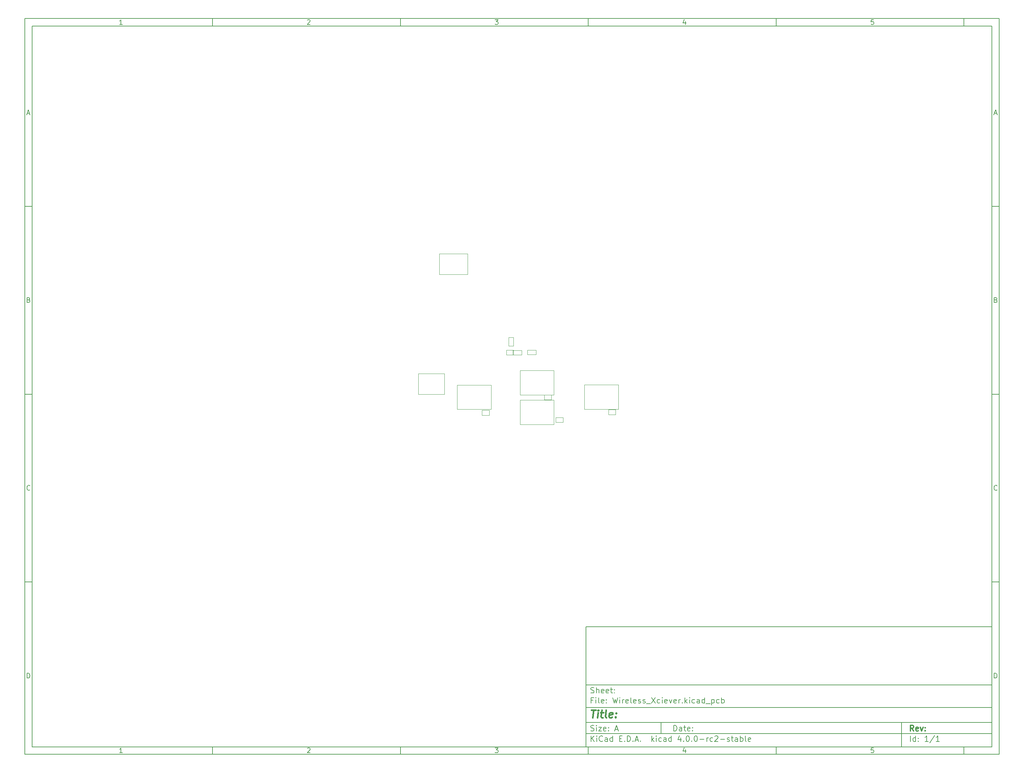
<source format=gbr>
G04 #@! TF.FileFunction,Other,User*
%FSLAX46Y46*%
G04 Gerber Fmt 4.6, Leading zero omitted, Abs format (unit mm)*
G04 Created by KiCad (PCBNEW 4.0.0-rc2-stable) date 1/25/2016 6:21:02 PM*
%MOMM*%
G01*
G04 APERTURE LIST*
%ADD10C,0.100000*%
%ADD11C,0.150000*%
%ADD12C,0.300000*%
%ADD13C,0.400000*%
%ADD14C,0.050000*%
G04 APERTURE END LIST*
D10*
D11*
X159400000Y-171900000D02*
X159400000Y-203900000D01*
X267400000Y-203900000D01*
X267400000Y-171900000D01*
X159400000Y-171900000D01*
D10*
D11*
X10000000Y-10000000D02*
X10000000Y-205900000D01*
X269400000Y-205900000D01*
X269400000Y-10000000D01*
X10000000Y-10000000D01*
D10*
D11*
X12000000Y-12000000D02*
X12000000Y-203900000D01*
X267400000Y-203900000D01*
X267400000Y-12000000D01*
X12000000Y-12000000D01*
D10*
D11*
X60000000Y-12000000D02*
X60000000Y-10000000D01*
D10*
D11*
X110000000Y-12000000D02*
X110000000Y-10000000D01*
D10*
D11*
X160000000Y-12000000D02*
X160000000Y-10000000D01*
D10*
D11*
X210000000Y-12000000D02*
X210000000Y-10000000D01*
D10*
D11*
X260000000Y-12000000D02*
X260000000Y-10000000D01*
D10*
D11*
X35990476Y-11588095D02*
X35247619Y-11588095D01*
X35619048Y-11588095D02*
X35619048Y-10288095D01*
X35495238Y-10473810D01*
X35371429Y-10597619D01*
X35247619Y-10659524D01*
D10*
D11*
X85247619Y-10411905D02*
X85309524Y-10350000D01*
X85433333Y-10288095D01*
X85742857Y-10288095D01*
X85866667Y-10350000D01*
X85928571Y-10411905D01*
X85990476Y-10535714D01*
X85990476Y-10659524D01*
X85928571Y-10845238D01*
X85185714Y-11588095D01*
X85990476Y-11588095D01*
D10*
D11*
X135185714Y-10288095D02*
X135990476Y-10288095D01*
X135557143Y-10783333D01*
X135742857Y-10783333D01*
X135866667Y-10845238D01*
X135928571Y-10907143D01*
X135990476Y-11030952D01*
X135990476Y-11340476D01*
X135928571Y-11464286D01*
X135866667Y-11526190D01*
X135742857Y-11588095D01*
X135371429Y-11588095D01*
X135247619Y-11526190D01*
X135185714Y-11464286D01*
D10*
D11*
X185866667Y-10721429D02*
X185866667Y-11588095D01*
X185557143Y-10226190D02*
X185247619Y-11154762D01*
X186052381Y-11154762D01*
D10*
D11*
X235928571Y-10288095D02*
X235309524Y-10288095D01*
X235247619Y-10907143D01*
X235309524Y-10845238D01*
X235433333Y-10783333D01*
X235742857Y-10783333D01*
X235866667Y-10845238D01*
X235928571Y-10907143D01*
X235990476Y-11030952D01*
X235990476Y-11340476D01*
X235928571Y-11464286D01*
X235866667Y-11526190D01*
X235742857Y-11588095D01*
X235433333Y-11588095D01*
X235309524Y-11526190D01*
X235247619Y-11464286D01*
D10*
D11*
X60000000Y-203900000D02*
X60000000Y-205900000D01*
D10*
D11*
X110000000Y-203900000D02*
X110000000Y-205900000D01*
D10*
D11*
X160000000Y-203900000D02*
X160000000Y-205900000D01*
D10*
D11*
X210000000Y-203900000D02*
X210000000Y-205900000D01*
D10*
D11*
X260000000Y-203900000D02*
X260000000Y-205900000D01*
D10*
D11*
X35990476Y-205488095D02*
X35247619Y-205488095D01*
X35619048Y-205488095D02*
X35619048Y-204188095D01*
X35495238Y-204373810D01*
X35371429Y-204497619D01*
X35247619Y-204559524D01*
D10*
D11*
X85247619Y-204311905D02*
X85309524Y-204250000D01*
X85433333Y-204188095D01*
X85742857Y-204188095D01*
X85866667Y-204250000D01*
X85928571Y-204311905D01*
X85990476Y-204435714D01*
X85990476Y-204559524D01*
X85928571Y-204745238D01*
X85185714Y-205488095D01*
X85990476Y-205488095D01*
D10*
D11*
X135185714Y-204188095D02*
X135990476Y-204188095D01*
X135557143Y-204683333D01*
X135742857Y-204683333D01*
X135866667Y-204745238D01*
X135928571Y-204807143D01*
X135990476Y-204930952D01*
X135990476Y-205240476D01*
X135928571Y-205364286D01*
X135866667Y-205426190D01*
X135742857Y-205488095D01*
X135371429Y-205488095D01*
X135247619Y-205426190D01*
X135185714Y-205364286D01*
D10*
D11*
X185866667Y-204621429D02*
X185866667Y-205488095D01*
X185557143Y-204126190D02*
X185247619Y-205054762D01*
X186052381Y-205054762D01*
D10*
D11*
X235928571Y-204188095D02*
X235309524Y-204188095D01*
X235247619Y-204807143D01*
X235309524Y-204745238D01*
X235433333Y-204683333D01*
X235742857Y-204683333D01*
X235866667Y-204745238D01*
X235928571Y-204807143D01*
X235990476Y-204930952D01*
X235990476Y-205240476D01*
X235928571Y-205364286D01*
X235866667Y-205426190D01*
X235742857Y-205488095D01*
X235433333Y-205488095D01*
X235309524Y-205426190D01*
X235247619Y-205364286D01*
D10*
D11*
X10000000Y-60000000D02*
X12000000Y-60000000D01*
D10*
D11*
X10000000Y-110000000D02*
X12000000Y-110000000D01*
D10*
D11*
X10000000Y-160000000D02*
X12000000Y-160000000D01*
D10*
D11*
X10690476Y-35216667D02*
X11309524Y-35216667D01*
X10566667Y-35588095D02*
X11000000Y-34288095D01*
X11433333Y-35588095D01*
D10*
D11*
X11092857Y-84907143D02*
X11278571Y-84969048D01*
X11340476Y-85030952D01*
X11402381Y-85154762D01*
X11402381Y-85340476D01*
X11340476Y-85464286D01*
X11278571Y-85526190D01*
X11154762Y-85588095D01*
X10659524Y-85588095D01*
X10659524Y-84288095D01*
X11092857Y-84288095D01*
X11216667Y-84350000D01*
X11278571Y-84411905D01*
X11340476Y-84535714D01*
X11340476Y-84659524D01*
X11278571Y-84783333D01*
X11216667Y-84845238D01*
X11092857Y-84907143D01*
X10659524Y-84907143D01*
D10*
D11*
X11402381Y-135464286D02*
X11340476Y-135526190D01*
X11154762Y-135588095D01*
X11030952Y-135588095D01*
X10845238Y-135526190D01*
X10721429Y-135402381D01*
X10659524Y-135278571D01*
X10597619Y-135030952D01*
X10597619Y-134845238D01*
X10659524Y-134597619D01*
X10721429Y-134473810D01*
X10845238Y-134350000D01*
X11030952Y-134288095D01*
X11154762Y-134288095D01*
X11340476Y-134350000D01*
X11402381Y-134411905D01*
D10*
D11*
X10659524Y-185588095D02*
X10659524Y-184288095D01*
X10969048Y-184288095D01*
X11154762Y-184350000D01*
X11278571Y-184473810D01*
X11340476Y-184597619D01*
X11402381Y-184845238D01*
X11402381Y-185030952D01*
X11340476Y-185278571D01*
X11278571Y-185402381D01*
X11154762Y-185526190D01*
X10969048Y-185588095D01*
X10659524Y-185588095D01*
D10*
D11*
X269400000Y-60000000D02*
X267400000Y-60000000D01*
D10*
D11*
X269400000Y-110000000D02*
X267400000Y-110000000D01*
D10*
D11*
X269400000Y-160000000D02*
X267400000Y-160000000D01*
D10*
D11*
X268090476Y-35216667D02*
X268709524Y-35216667D01*
X267966667Y-35588095D02*
X268400000Y-34288095D01*
X268833333Y-35588095D01*
D10*
D11*
X268492857Y-84907143D02*
X268678571Y-84969048D01*
X268740476Y-85030952D01*
X268802381Y-85154762D01*
X268802381Y-85340476D01*
X268740476Y-85464286D01*
X268678571Y-85526190D01*
X268554762Y-85588095D01*
X268059524Y-85588095D01*
X268059524Y-84288095D01*
X268492857Y-84288095D01*
X268616667Y-84350000D01*
X268678571Y-84411905D01*
X268740476Y-84535714D01*
X268740476Y-84659524D01*
X268678571Y-84783333D01*
X268616667Y-84845238D01*
X268492857Y-84907143D01*
X268059524Y-84907143D01*
D10*
D11*
X268802381Y-135464286D02*
X268740476Y-135526190D01*
X268554762Y-135588095D01*
X268430952Y-135588095D01*
X268245238Y-135526190D01*
X268121429Y-135402381D01*
X268059524Y-135278571D01*
X267997619Y-135030952D01*
X267997619Y-134845238D01*
X268059524Y-134597619D01*
X268121429Y-134473810D01*
X268245238Y-134350000D01*
X268430952Y-134288095D01*
X268554762Y-134288095D01*
X268740476Y-134350000D01*
X268802381Y-134411905D01*
D10*
D11*
X268059524Y-185588095D02*
X268059524Y-184288095D01*
X268369048Y-184288095D01*
X268554762Y-184350000D01*
X268678571Y-184473810D01*
X268740476Y-184597619D01*
X268802381Y-184845238D01*
X268802381Y-185030952D01*
X268740476Y-185278571D01*
X268678571Y-185402381D01*
X268554762Y-185526190D01*
X268369048Y-185588095D01*
X268059524Y-185588095D01*
D10*
D11*
X182757143Y-199678571D02*
X182757143Y-198178571D01*
X183114286Y-198178571D01*
X183328571Y-198250000D01*
X183471429Y-198392857D01*
X183542857Y-198535714D01*
X183614286Y-198821429D01*
X183614286Y-199035714D01*
X183542857Y-199321429D01*
X183471429Y-199464286D01*
X183328571Y-199607143D01*
X183114286Y-199678571D01*
X182757143Y-199678571D01*
X184900000Y-199678571D02*
X184900000Y-198892857D01*
X184828571Y-198750000D01*
X184685714Y-198678571D01*
X184400000Y-198678571D01*
X184257143Y-198750000D01*
X184900000Y-199607143D02*
X184757143Y-199678571D01*
X184400000Y-199678571D01*
X184257143Y-199607143D01*
X184185714Y-199464286D01*
X184185714Y-199321429D01*
X184257143Y-199178571D01*
X184400000Y-199107143D01*
X184757143Y-199107143D01*
X184900000Y-199035714D01*
X185400000Y-198678571D02*
X185971429Y-198678571D01*
X185614286Y-198178571D02*
X185614286Y-199464286D01*
X185685714Y-199607143D01*
X185828572Y-199678571D01*
X185971429Y-199678571D01*
X187042857Y-199607143D02*
X186900000Y-199678571D01*
X186614286Y-199678571D01*
X186471429Y-199607143D01*
X186400000Y-199464286D01*
X186400000Y-198892857D01*
X186471429Y-198750000D01*
X186614286Y-198678571D01*
X186900000Y-198678571D01*
X187042857Y-198750000D01*
X187114286Y-198892857D01*
X187114286Y-199035714D01*
X186400000Y-199178571D01*
X187757143Y-199535714D02*
X187828571Y-199607143D01*
X187757143Y-199678571D01*
X187685714Y-199607143D01*
X187757143Y-199535714D01*
X187757143Y-199678571D01*
X187757143Y-198750000D02*
X187828571Y-198821429D01*
X187757143Y-198892857D01*
X187685714Y-198821429D01*
X187757143Y-198750000D01*
X187757143Y-198892857D01*
D10*
D11*
X159400000Y-200400000D02*
X267400000Y-200400000D01*
D10*
D11*
X160757143Y-202478571D02*
X160757143Y-200978571D01*
X161614286Y-202478571D02*
X160971429Y-201621429D01*
X161614286Y-200978571D02*
X160757143Y-201835714D01*
X162257143Y-202478571D02*
X162257143Y-201478571D01*
X162257143Y-200978571D02*
X162185714Y-201050000D01*
X162257143Y-201121429D01*
X162328571Y-201050000D01*
X162257143Y-200978571D01*
X162257143Y-201121429D01*
X163828572Y-202335714D02*
X163757143Y-202407143D01*
X163542857Y-202478571D01*
X163400000Y-202478571D01*
X163185715Y-202407143D01*
X163042857Y-202264286D01*
X162971429Y-202121429D01*
X162900000Y-201835714D01*
X162900000Y-201621429D01*
X162971429Y-201335714D01*
X163042857Y-201192857D01*
X163185715Y-201050000D01*
X163400000Y-200978571D01*
X163542857Y-200978571D01*
X163757143Y-201050000D01*
X163828572Y-201121429D01*
X165114286Y-202478571D02*
X165114286Y-201692857D01*
X165042857Y-201550000D01*
X164900000Y-201478571D01*
X164614286Y-201478571D01*
X164471429Y-201550000D01*
X165114286Y-202407143D02*
X164971429Y-202478571D01*
X164614286Y-202478571D01*
X164471429Y-202407143D01*
X164400000Y-202264286D01*
X164400000Y-202121429D01*
X164471429Y-201978571D01*
X164614286Y-201907143D01*
X164971429Y-201907143D01*
X165114286Y-201835714D01*
X166471429Y-202478571D02*
X166471429Y-200978571D01*
X166471429Y-202407143D02*
X166328572Y-202478571D01*
X166042858Y-202478571D01*
X165900000Y-202407143D01*
X165828572Y-202335714D01*
X165757143Y-202192857D01*
X165757143Y-201764286D01*
X165828572Y-201621429D01*
X165900000Y-201550000D01*
X166042858Y-201478571D01*
X166328572Y-201478571D01*
X166471429Y-201550000D01*
X168328572Y-201692857D02*
X168828572Y-201692857D01*
X169042858Y-202478571D02*
X168328572Y-202478571D01*
X168328572Y-200978571D01*
X169042858Y-200978571D01*
X169685715Y-202335714D02*
X169757143Y-202407143D01*
X169685715Y-202478571D01*
X169614286Y-202407143D01*
X169685715Y-202335714D01*
X169685715Y-202478571D01*
X170400001Y-202478571D02*
X170400001Y-200978571D01*
X170757144Y-200978571D01*
X170971429Y-201050000D01*
X171114287Y-201192857D01*
X171185715Y-201335714D01*
X171257144Y-201621429D01*
X171257144Y-201835714D01*
X171185715Y-202121429D01*
X171114287Y-202264286D01*
X170971429Y-202407143D01*
X170757144Y-202478571D01*
X170400001Y-202478571D01*
X171900001Y-202335714D02*
X171971429Y-202407143D01*
X171900001Y-202478571D01*
X171828572Y-202407143D01*
X171900001Y-202335714D01*
X171900001Y-202478571D01*
X172542858Y-202050000D02*
X173257144Y-202050000D01*
X172400001Y-202478571D02*
X172900001Y-200978571D01*
X173400001Y-202478571D01*
X173900001Y-202335714D02*
X173971429Y-202407143D01*
X173900001Y-202478571D01*
X173828572Y-202407143D01*
X173900001Y-202335714D01*
X173900001Y-202478571D01*
X176900001Y-202478571D02*
X176900001Y-200978571D01*
X177042858Y-201907143D02*
X177471429Y-202478571D01*
X177471429Y-201478571D02*
X176900001Y-202050000D01*
X178114287Y-202478571D02*
X178114287Y-201478571D01*
X178114287Y-200978571D02*
X178042858Y-201050000D01*
X178114287Y-201121429D01*
X178185715Y-201050000D01*
X178114287Y-200978571D01*
X178114287Y-201121429D01*
X179471430Y-202407143D02*
X179328573Y-202478571D01*
X179042859Y-202478571D01*
X178900001Y-202407143D01*
X178828573Y-202335714D01*
X178757144Y-202192857D01*
X178757144Y-201764286D01*
X178828573Y-201621429D01*
X178900001Y-201550000D01*
X179042859Y-201478571D01*
X179328573Y-201478571D01*
X179471430Y-201550000D01*
X180757144Y-202478571D02*
X180757144Y-201692857D01*
X180685715Y-201550000D01*
X180542858Y-201478571D01*
X180257144Y-201478571D01*
X180114287Y-201550000D01*
X180757144Y-202407143D02*
X180614287Y-202478571D01*
X180257144Y-202478571D01*
X180114287Y-202407143D01*
X180042858Y-202264286D01*
X180042858Y-202121429D01*
X180114287Y-201978571D01*
X180257144Y-201907143D01*
X180614287Y-201907143D01*
X180757144Y-201835714D01*
X182114287Y-202478571D02*
X182114287Y-200978571D01*
X182114287Y-202407143D02*
X181971430Y-202478571D01*
X181685716Y-202478571D01*
X181542858Y-202407143D01*
X181471430Y-202335714D01*
X181400001Y-202192857D01*
X181400001Y-201764286D01*
X181471430Y-201621429D01*
X181542858Y-201550000D01*
X181685716Y-201478571D01*
X181971430Y-201478571D01*
X182114287Y-201550000D01*
X184614287Y-201478571D02*
X184614287Y-202478571D01*
X184257144Y-200907143D02*
X183900001Y-201978571D01*
X184828573Y-201978571D01*
X185400001Y-202335714D02*
X185471429Y-202407143D01*
X185400001Y-202478571D01*
X185328572Y-202407143D01*
X185400001Y-202335714D01*
X185400001Y-202478571D01*
X186400001Y-200978571D02*
X186542858Y-200978571D01*
X186685715Y-201050000D01*
X186757144Y-201121429D01*
X186828573Y-201264286D01*
X186900001Y-201550000D01*
X186900001Y-201907143D01*
X186828573Y-202192857D01*
X186757144Y-202335714D01*
X186685715Y-202407143D01*
X186542858Y-202478571D01*
X186400001Y-202478571D01*
X186257144Y-202407143D01*
X186185715Y-202335714D01*
X186114287Y-202192857D01*
X186042858Y-201907143D01*
X186042858Y-201550000D01*
X186114287Y-201264286D01*
X186185715Y-201121429D01*
X186257144Y-201050000D01*
X186400001Y-200978571D01*
X187542858Y-202335714D02*
X187614286Y-202407143D01*
X187542858Y-202478571D01*
X187471429Y-202407143D01*
X187542858Y-202335714D01*
X187542858Y-202478571D01*
X188542858Y-200978571D02*
X188685715Y-200978571D01*
X188828572Y-201050000D01*
X188900001Y-201121429D01*
X188971430Y-201264286D01*
X189042858Y-201550000D01*
X189042858Y-201907143D01*
X188971430Y-202192857D01*
X188900001Y-202335714D01*
X188828572Y-202407143D01*
X188685715Y-202478571D01*
X188542858Y-202478571D01*
X188400001Y-202407143D01*
X188328572Y-202335714D01*
X188257144Y-202192857D01*
X188185715Y-201907143D01*
X188185715Y-201550000D01*
X188257144Y-201264286D01*
X188328572Y-201121429D01*
X188400001Y-201050000D01*
X188542858Y-200978571D01*
X189685715Y-201907143D02*
X190828572Y-201907143D01*
X191542858Y-202478571D02*
X191542858Y-201478571D01*
X191542858Y-201764286D02*
X191614286Y-201621429D01*
X191685715Y-201550000D01*
X191828572Y-201478571D01*
X191971429Y-201478571D01*
X193114286Y-202407143D02*
X192971429Y-202478571D01*
X192685715Y-202478571D01*
X192542857Y-202407143D01*
X192471429Y-202335714D01*
X192400000Y-202192857D01*
X192400000Y-201764286D01*
X192471429Y-201621429D01*
X192542857Y-201550000D01*
X192685715Y-201478571D01*
X192971429Y-201478571D01*
X193114286Y-201550000D01*
X193685714Y-201121429D02*
X193757143Y-201050000D01*
X193900000Y-200978571D01*
X194257143Y-200978571D01*
X194400000Y-201050000D01*
X194471429Y-201121429D01*
X194542857Y-201264286D01*
X194542857Y-201407143D01*
X194471429Y-201621429D01*
X193614286Y-202478571D01*
X194542857Y-202478571D01*
X195185714Y-201907143D02*
X196328571Y-201907143D01*
X196971428Y-202407143D02*
X197114285Y-202478571D01*
X197400000Y-202478571D01*
X197542857Y-202407143D01*
X197614285Y-202264286D01*
X197614285Y-202192857D01*
X197542857Y-202050000D01*
X197400000Y-201978571D01*
X197185714Y-201978571D01*
X197042857Y-201907143D01*
X196971428Y-201764286D01*
X196971428Y-201692857D01*
X197042857Y-201550000D01*
X197185714Y-201478571D01*
X197400000Y-201478571D01*
X197542857Y-201550000D01*
X198042857Y-201478571D02*
X198614286Y-201478571D01*
X198257143Y-200978571D02*
X198257143Y-202264286D01*
X198328571Y-202407143D01*
X198471429Y-202478571D01*
X198614286Y-202478571D01*
X199757143Y-202478571D02*
X199757143Y-201692857D01*
X199685714Y-201550000D01*
X199542857Y-201478571D01*
X199257143Y-201478571D01*
X199114286Y-201550000D01*
X199757143Y-202407143D02*
X199614286Y-202478571D01*
X199257143Y-202478571D01*
X199114286Y-202407143D01*
X199042857Y-202264286D01*
X199042857Y-202121429D01*
X199114286Y-201978571D01*
X199257143Y-201907143D01*
X199614286Y-201907143D01*
X199757143Y-201835714D01*
X200471429Y-202478571D02*
X200471429Y-200978571D01*
X200471429Y-201550000D02*
X200614286Y-201478571D01*
X200900000Y-201478571D01*
X201042857Y-201550000D01*
X201114286Y-201621429D01*
X201185715Y-201764286D01*
X201185715Y-202192857D01*
X201114286Y-202335714D01*
X201042857Y-202407143D01*
X200900000Y-202478571D01*
X200614286Y-202478571D01*
X200471429Y-202407143D01*
X202042858Y-202478571D02*
X201900000Y-202407143D01*
X201828572Y-202264286D01*
X201828572Y-200978571D01*
X203185714Y-202407143D02*
X203042857Y-202478571D01*
X202757143Y-202478571D01*
X202614286Y-202407143D01*
X202542857Y-202264286D01*
X202542857Y-201692857D01*
X202614286Y-201550000D01*
X202757143Y-201478571D01*
X203042857Y-201478571D01*
X203185714Y-201550000D01*
X203257143Y-201692857D01*
X203257143Y-201835714D01*
X202542857Y-201978571D01*
D10*
D11*
X159400000Y-197400000D02*
X267400000Y-197400000D01*
D10*
D12*
X246614286Y-199678571D02*
X246114286Y-198964286D01*
X245757143Y-199678571D02*
X245757143Y-198178571D01*
X246328571Y-198178571D01*
X246471429Y-198250000D01*
X246542857Y-198321429D01*
X246614286Y-198464286D01*
X246614286Y-198678571D01*
X246542857Y-198821429D01*
X246471429Y-198892857D01*
X246328571Y-198964286D01*
X245757143Y-198964286D01*
X247828571Y-199607143D02*
X247685714Y-199678571D01*
X247400000Y-199678571D01*
X247257143Y-199607143D01*
X247185714Y-199464286D01*
X247185714Y-198892857D01*
X247257143Y-198750000D01*
X247400000Y-198678571D01*
X247685714Y-198678571D01*
X247828571Y-198750000D01*
X247900000Y-198892857D01*
X247900000Y-199035714D01*
X247185714Y-199178571D01*
X248400000Y-198678571D02*
X248757143Y-199678571D01*
X249114285Y-198678571D01*
X249685714Y-199535714D02*
X249757142Y-199607143D01*
X249685714Y-199678571D01*
X249614285Y-199607143D01*
X249685714Y-199535714D01*
X249685714Y-199678571D01*
X249685714Y-198750000D02*
X249757142Y-198821429D01*
X249685714Y-198892857D01*
X249614285Y-198821429D01*
X249685714Y-198750000D01*
X249685714Y-198892857D01*
D10*
D11*
X160685714Y-199607143D02*
X160900000Y-199678571D01*
X161257143Y-199678571D01*
X161400000Y-199607143D01*
X161471429Y-199535714D01*
X161542857Y-199392857D01*
X161542857Y-199250000D01*
X161471429Y-199107143D01*
X161400000Y-199035714D01*
X161257143Y-198964286D01*
X160971429Y-198892857D01*
X160828571Y-198821429D01*
X160757143Y-198750000D01*
X160685714Y-198607143D01*
X160685714Y-198464286D01*
X160757143Y-198321429D01*
X160828571Y-198250000D01*
X160971429Y-198178571D01*
X161328571Y-198178571D01*
X161542857Y-198250000D01*
X162185714Y-199678571D02*
X162185714Y-198678571D01*
X162185714Y-198178571D02*
X162114285Y-198250000D01*
X162185714Y-198321429D01*
X162257142Y-198250000D01*
X162185714Y-198178571D01*
X162185714Y-198321429D01*
X162757143Y-198678571D02*
X163542857Y-198678571D01*
X162757143Y-199678571D01*
X163542857Y-199678571D01*
X164685714Y-199607143D02*
X164542857Y-199678571D01*
X164257143Y-199678571D01*
X164114286Y-199607143D01*
X164042857Y-199464286D01*
X164042857Y-198892857D01*
X164114286Y-198750000D01*
X164257143Y-198678571D01*
X164542857Y-198678571D01*
X164685714Y-198750000D01*
X164757143Y-198892857D01*
X164757143Y-199035714D01*
X164042857Y-199178571D01*
X165400000Y-199535714D02*
X165471428Y-199607143D01*
X165400000Y-199678571D01*
X165328571Y-199607143D01*
X165400000Y-199535714D01*
X165400000Y-199678571D01*
X165400000Y-198750000D02*
X165471428Y-198821429D01*
X165400000Y-198892857D01*
X165328571Y-198821429D01*
X165400000Y-198750000D01*
X165400000Y-198892857D01*
X167185714Y-199250000D02*
X167900000Y-199250000D01*
X167042857Y-199678571D02*
X167542857Y-198178571D01*
X168042857Y-199678571D01*
D10*
D11*
X245757143Y-202478571D02*
X245757143Y-200978571D01*
X247114286Y-202478571D02*
X247114286Y-200978571D01*
X247114286Y-202407143D02*
X246971429Y-202478571D01*
X246685715Y-202478571D01*
X246542857Y-202407143D01*
X246471429Y-202335714D01*
X246400000Y-202192857D01*
X246400000Y-201764286D01*
X246471429Y-201621429D01*
X246542857Y-201550000D01*
X246685715Y-201478571D01*
X246971429Y-201478571D01*
X247114286Y-201550000D01*
X247828572Y-202335714D02*
X247900000Y-202407143D01*
X247828572Y-202478571D01*
X247757143Y-202407143D01*
X247828572Y-202335714D01*
X247828572Y-202478571D01*
X247828572Y-201550000D02*
X247900000Y-201621429D01*
X247828572Y-201692857D01*
X247757143Y-201621429D01*
X247828572Y-201550000D01*
X247828572Y-201692857D01*
X250471429Y-202478571D02*
X249614286Y-202478571D01*
X250042858Y-202478571D02*
X250042858Y-200978571D01*
X249900001Y-201192857D01*
X249757143Y-201335714D01*
X249614286Y-201407143D01*
X252185714Y-200907143D02*
X250900000Y-202835714D01*
X253471429Y-202478571D02*
X252614286Y-202478571D01*
X253042858Y-202478571D02*
X253042858Y-200978571D01*
X252900001Y-201192857D01*
X252757143Y-201335714D01*
X252614286Y-201407143D01*
D10*
D11*
X159400000Y-193400000D02*
X267400000Y-193400000D01*
D10*
D13*
X160852381Y-194104762D02*
X161995238Y-194104762D01*
X161173810Y-196104762D02*
X161423810Y-194104762D01*
X162411905Y-196104762D02*
X162578571Y-194771429D01*
X162661905Y-194104762D02*
X162554762Y-194200000D01*
X162638095Y-194295238D01*
X162745239Y-194200000D01*
X162661905Y-194104762D01*
X162638095Y-194295238D01*
X163245238Y-194771429D02*
X164007143Y-194771429D01*
X163614286Y-194104762D02*
X163400000Y-195819048D01*
X163471430Y-196009524D01*
X163650001Y-196104762D01*
X163840477Y-196104762D01*
X164792858Y-196104762D02*
X164614287Y-196009524D01*
X164542857Y-195819048D01*
X164757143Y-194104762D01*
X166328572Y-196009524D02*
X166126191Y-196104762D01*
X165745239Y-196104762D01*
X165566667Y-196009524D01*
X165495238Y-195819048D01*
X165590476Y-195057143D01*
X165709524Y-194866667D01*
X165911905Y-194771429D01*
X166292857Y-194771429D01*
X166471429Y-194866667D01*
X166542857Y-195057143D01*
X166519048Y-195247619D01*
X165542857Y-195438095D01*
X167292857Y-195914286D02*
X167376192Y-196009524D01*
X167269048Y-196104762D01*
X167185715Y-196009524D01*
X167292857Y-195914286D01*
X167269048Y-196104762D01*
X167423810Y-194866667D02*
X167507144Y-194961905D01*
X167400000Y-195057143D01*
X167316667Y-194961905D01*
X167423810Y-194866667D01*
X167400000Y-195057143D01*
D10*
D11*
X161257143Y-191492857D02*
X160757143Y-191492857D01*
X160757143Y-192278571D02*
X160757143Y-190778571D01*
X161471429Y-190778571D01*
X162042857Y-192278571D02*
X162042857Y-191278571D01*
X162042857Y-190778571D02*
X161971428Y-190850000D01*
X162042857Y-190921429D01*
X162114285Y-190850000D01*
X162042857Y-190778571D01*
X162042857Y-190921429D01*
X162971429Y-192278571D02*
X162828571Y-192207143D01*
X162757143Y-192064286D01*
X162757143Y-190778571D01*
X164114285Y-192207143D02*
X163971428Y-192278571D01*
X163685714Y-192278571D01*
X163542857Y-192207143D01*
X163471428Y-192064286D01*
X163471428Y-191492857D01*
X163542857Y-191350000D01*
X163685714Y-191278571D01*
X163971428Y-191278571D01*
X164114285Y-191350000D01*
X164185714Y-191492857D01*
X164185714Y-191635714D01*
X163471428Y-191778571D01*
X164828571Y-192135714D02*
X164899999Y-192207143D01*
X164828571Y-192278571D01*
X164757142Y-192207143D01*
X164828571Y-192135714D01*
X164828571Y-192278571D01*
X164828571Y-191350000D02*
X164899999Y-191421429D01*
X164828571Y-191492857D01*
X164757142Y-191421429D01*
X164828571Y-191350000D01*
X164828571Y-191492857D01*
X166542857Y-190778571D02*
X166900000Y-192278571D01*
X167185714Y-191207143D01*
X167471428Y-192278571D01*
X167828571Y-190778571D01*
X168400000Y-192278571D02*
X168400000Y-191278571D01*
X168400000Y-190778571D02*
X168328571Y-190850000D01*
X168400000Y-190921429D01*
X168471428Y-190850000D01*
X168400000Y-190778571D01*
X168400000Y-190921429D01*
X169114286Y-192278571D02*
X169114286Y-191278571D01*
X169114286Y-191564286D02*
X169185714Y-191421429D01*
X169257143Y-191350000D01*
X169400000Y-191278571D01*
X169542857Y-191278571D01*
X170614285Y-192207143D02*
X170471428Y-192278571D01*
X170185714Y-192278571D01*
X170042857Y-192207143D01*
X169971428Y-192064286D01*
X169971428Y-191492857D01*
X170042857Y-191350000D01*
X170185714Y-191278571D01*
X170471428Y-191278571D01*
X170614285Y-191350000D01*
X170685714Y-191492857D01*
X170685714Y-191635714D01*
X169971428Y-191778571D01*
X171542857Y-192278571D02*
X171399999Y-192207143D01*
X171328571Y-192064286D01*
X171328571Y-190778571D01*
X172685713Y-192207143D02*
X172542856Y-192278571D01*
X172257142Y-192278571D01*
X172114285Y-192207143D01*
X172042856Y-192064286D01*
X172042856Y-191492857D01*
X172114285Y-191350000D01*
X172257142Y-191278571D01*
X172542856Y-191278571D01*
X172685713Y-191350000D01*
X172757142Y-191492857D01*
X172757142Y-191635714D01*
X172042856Y-191778571D01*
X173328570Y-192207143D02*
X173471427Y-192278571D01*
X173757142Y-192278571D01*
X173899999Y-192207143D01*
X173971427Y-192064286D01*
X173971427Y-191992857D01*
X173899999Y-191850000D01*
X173757142Y-191778571D01*
X173542856Y-191778571D01*
X173399999Y-191707143D01*
X173328570Y-191564286D01*
X173328570Y-191492857D01*
X173399999Y-191350000D01*
X173542856Y-191278571D01*
X173757142Y-191278571D01*
X173899999Y-191350000D01*
X174542856Y-192207143D02*
X174685713Y-192278571D01*
X174971428Y-192278571D01*
X175114285Y-192207143D01*
X175185713Y-192064286D01*
X175185713Y-191992857D01*
X175114285Y-191850000D01*
X174971428Y-191778571D01*
X174757142Y-191778571D01*
X174614285Y-191707143D01*
X174542856Y-191564286D01*
X174542856Y-191492857D01*
X174614285Y-191350000D01*
X174757142Y-191278571D01*
X174971428Y-191278571D01*
X175114285Y-191350000D01*
X175471428Y-192421429D02*
X176614285Y-192421429D01*
X176828571Y-190778571D02*
X177828571Y-192278571D01*
X177828571Y-190778571D02*
X176828571Y-192278571D01*
X179042856Y-192207143D02*
X178899999Y-192278571D01*
X178614285Y-192278571D01*
X178471427Y-192207143D01*
X178399999Y-192135714D01*
X178328570Y-191992857D01*
X178328570Y-191564286D01*
X178399999Y-191421429D01*
X178471427Y-191350000D01*
X178614285Y-191278571D01*
X178899999Y-191278571D01*
X179042856Y-191350000D01*
X179685713Y-192278571D02*
X179685713Y-191278571D01*
X179685713Y-190778571D02*
X179614284Y-190850000D01*
X179685713Y-190921429D01*
X179757141Y-190850000D01*
X179685713Y-190778571D01*
X179685713Y-190921429D01*
X180971427Y-192207143D02*
X180828570Y-192278571D01*
X180542856Y-192278571D01*
X180399999Y-192207143D01*
X180328570Y-192064286D01*
X180328570Y-191492857D01*
X180399999Y-191350000D01*
X180542856Y-191278571D01*
X180828570Y-191278571D01*
X180971427Y-191350000D01*
X181042856Y-191492857D01*
X181042856Y-191635714D01*
X180328570Y-191778571D01*
X181542856Y-191278571D02*
X181899999Y-192278571D01*
X182257141Y-191278571D01*
X183399998Y-192207143D02*
X183257141Y-192278571D01*
X182971427Y-192278571D01*
X182828570Y-192207143D01*
X182757141Y-192064286D01*
X182757141Y-191492857D01*
X182828570Y-191350000D01*
X182971427Y-191278571D01*
X183257141Y-191278571D01*
X183399998Y-191350000D01*
X183471427Y-191492857D01*
X183471427Y-191635714D01*
X182757141Y-191778571D01*
X184114284Y-192278571D02*
X184114284Y-191278571D01*
X184114284Y-191564286D02*
X184185712Y-191421429D01*
X184257141Y-191350000D01*
X184399998Y-191278571D01*
X184542855Y-191278571D01*
X185042855Y-192135714D02*
X185114283Y-192207143D01*
X185042855Y-192278571D01*
X184971426Y-192207143D01*
X185042855Y-192135714D01*
X185042855Y-192278571D01*
X185757141Y-192278571D02*
X185757141Y-190778571D01*
X185899998Y-191707143D02*
X186328569Y-192278571D01*
X186328569Y-191278571D02*
X185757141Y-191850000D01*
X186971427Y-192278571D02*
X186971427Y-191278571D01*
X186971427Y-190778571D02*
X186899998Y-190850000D01*
X186971427Y-190921429D01*
X187042855Y-190850000D01*
X186971427Y-190778571D01*
X186971427Y-190921429D01*
X188328570Y-192207143D02*
X188185713Y-192278571D01*
X187899999Y-192278571D01*
X187757141Y-192207143D01*
X187685713Y-192135714D01*
X187614284Y-191992857D01*
X187614284Y-191564286D01*
X187685713Y-191421429D01*
X187757141Y-191350000D01*
X187899999Y-191278571D01*
X188185713Y-191278571D01*
X188328570Y-191350000D01*
X189614284Y-192278571D02*
X189614284Y-191492857D01*
X189542855Y-191350000D01*
X189399998Y-191278571D01*
X189114284Y-191278571D01*
X188971427Y-191350000D01*
X189614284Y-192207143D02*
X189471427Y-192278571D01*
X189114284Y-192278571D01*
X188971427Y-192207143D01*
X188899998Y-192064286D01*
X188899998Y-191921429D01*
X188971427Y-191778571D01*
X189114284Y-191707143D01*
X189471427Y-191707143D01*
X189614284Y-191635714D01*
X190971427Y-192278571D02*
X190971427Y-190778571D01*
X190971427Y-192207143D02*
X190828570Y-192278571D01*
X190542856Y-192278571D01*
X190399998Y-192207143D01*
X190328570Y-192135714D01*
X190257141Y-191992857D01*
X190257141Y-191564286D01*
X190328570Y-191421429D01*
X190399998Y-191350000D01*
X190542856Y-191278571D01*
X190828570Y-191278571D01*
X190971427Y-191350000D01*
X191328570Y-192421429D02*
X192471427Y-192421429D01*
X192828570Y-191278571D02*
X192828570Y-192778571D01*
X192828570Y-191350000D02*
X192971427Y-191278571D01*
X193257141Y-191278571D01*
X193399998Y-191350000D01*
X193471427Y-191421429D01*
X193542856Y-191564286D01*
X193542856Y-191992857D01*
X193471427Y-192135714D01*
X193399998Y-192207143D01*
X193257141Y-192278571D01*
X192971427Y-192278571D01*
X192828570Y-192207143D01*
X194828570Y-192207143D02*
X194685713Y-192278571D01*
X194399999Y-192278571D01*
X194257141Y-192207143D01*
X194185713Y-192135714D01*
X194114284Y-191992857D01*
X194114284Y-191564286D01*
X194185713Y-191421429D01*
X194257141Y-191350000D01*
X194399999Y-191278571D01*
X194685713Y-191278571D01*
X194828570Y-191350000D01*
X195471427Y-192278571D02*
X195471427Y-190778571D01*
X195471427Y-191350000D02*
X195614284Y-191278571D01*
X195899998Y-191278571D01*
X196042855Y-191350000D01*
X196114284Y-191421429D01*
X196185713Y-191564286D01*
X196185713Y-191992857D01*
X196114284Y-192135714D01*
X196042855Y-192207143D01*
X195899998Y-192278571D01*
X195614284Y-192278571D01*
X195471427Y-192207143D01*
D10*
D11*
X159400000Y-187400000D02*
X267400000Y-187400000D01*
D10*
D11*
X160685714Y-189507143D02*
X160900000Y-189578571D01*
X161257143Y-189578571D01*
X161400000Y-189507143D01*
X161471429Y-189435714D01*
X161542857Y-189292857D01*
X161542857Y-189150000D01*
X161471429Y-189007143D01*
X161400000Y-188935714D01*
X161257143Y-188864286D01*
X160971429Y-188792857D01*
X160828571Y-188721429D01*
X160757143Y-188650000D01*
X160685714Y-188507143D01*
X160685714Y-188364286D01*
X160757143Y-188221429D01*
X160828571Y-188150000D01*
X160971429Y-188078571D01*
X161328571Y-188078571D01*
X161542857Y-188150000D01*
X162185714Y-189578571D02*
X162185714Y-188078571D01*
X162828571Y-189578571D02*
X162828571Y-188792857D01*
X162757142Y-188650000D01*
X162614285Y-188578571D01*
X162400000Y-188578571D01*
X162257142Y-188650000D01*
X162185714Y-188721429D01*
X164114285Y-189507143D02*
X163971428Y-189578571D01*
X163685714Y-189578571D01*
X163542857Y-189507143D01*
X163471428Y-189364286D01*
X163471428Y-188792857D01*
X163542857Y-188650000D01*
X163685714Y-188578571D01*
X163971428Y-188578571D01*
X164114285Y-188650000D01*
X164185714Y-188792857D01*
X164185714Y-188935714D01*
X163471428Y-189078571D01*
X165399999Y-189507143D02*
X165257142Y-189578571D01*
X164971428Y-189578571D01*
X164828571Y-189507143D01*
X164757142Y-189364286D01*
X164757142Y-188792857D01*
X164828571Y-188650000D01*
X164971428Y-188578571D01*
X165257142Y-188578571D01*
X165399999Y-188650000D01*
X165471428Y-188792857D01*
X165471428Y-188935714D01*
X164757142Y-189078571D01*
X165899999Y-188578571D02*
X166471428Y-188578571D01*
X166114285Y-188078571D02*
X166114285Y-189364286D01*
X166185713Y-189507143D01*
X166328571Y-189578571D01*
X166471428Y-189578571D01*
X166971428Y-189435714D02*
X167042856Y-189507143D01*
X166971428Y-189578571D01*
X166899999Y-189507143D01*
X166971428Y-189435714D01*
X166971428Y-189578571D01*
X166971428Y-188650000D02*
X167042856Y-188721429D01*
X166971428Y-188792857D01*
X166899999Y-188721429D01*
X166971428Y-188650000D01*
X166971428Y-188792857D01*
D10*
D11*
X179400000Y-197400000D02*
X179400000Y-200400000D01*
D10*
D11*
X243400000Y-197400000D02*
X243400000Y-203900000D01*
D14*
X114780000Y-104570000D02*
X114780000Y-110070000D01*
X114780000Y-110070000D02*
X121680000Y-110070000D01*
X121680000Y-110070000D02*
X121680000Y-104570000D01*
X121680000Y-104570000D02*
X114780000Y-104570000D01*
X125130000Y-114045000D02*
X134130000Y-114045000D01*
X134130000Y-114045000D02*
X134130000Y-107545000D01*
X134130000Y-107545000D02*
X125130000Y-107545000D01*
X125130000Y-107545000D02*
X125130000Y-114045000D01*
X159005000Y-113995000D02*
X168005000Y-113995000D01*
X168005000Y-113995000D02*
X168005000Y-107495000D01*
X168005000Y-107495000D02*
X159005000Y-107495000D01*
X159005000Y-107495000D02*
X159005000Y-113995000D01*
X141880000Y-118095000D02*
X150880000Y-118095000D01*
X150880000Y-118095000D02*
X150880000Y-111595000D01*
X150880000Y-111595000D02*
X141880000Y-111595000D01*
X141880000Y-111595000D02*
X141880000Y-118095000D01*
X127885000Y-72630000D02*
X127885000Y-78130000D01*
X120385000Y-72630000D02*
X120385000Y-78130000D01*
X127885000Y-72630000D02*
X120385000Y-72630000D01*
X127885000Y-78130000D02*
X120385000Y-78130000D01*
X141880000Y-110170000D02*
X150880000Y-110170000D01*
X150880000Y-110170000D02*
X150880000Y-103670000D01*
X150880000Y-103670000D02*
X141880000Y-103670000D01*
X141880000Y-103670000D02*
X141880000Y-110170000D01*
X151380000Y-117520000D02*
X153280000Y-117520000D01*
X151380000Y-116220000D02*
X153280000Y-116220000D01*
X151380000Y-117520000D02*
X151380000Y-116220000D01*
X153280000Y-117520000D02*
X153280000Y-116220000D01*
X148280000Y-111520000D02*
X150180000Y-111520000D01*
X148280000Y-110220000D02*
X150180000Y-110220000D01*
X148280000Y-111520000D02*
X148280000Y-110220000D01*
X150180000Y-111520000D02*
X150180000Y-110220000D01*
X131730000Y-115595000D02*
X133630000Y-115595000D01*
X131730000Y-114295000D02*
X133630000Y-114295000D01*
X131730000Y-115595000D02*
X131730000Y-114295000D01*
X133630000Y-115595000D02*
X133630000Y-114295000D01*
X167305000Y-114145000D02*
X165405000Y-114145000D01*
X167305000Y-115445000D02*
X165405000Y-115445000D01*
X167305000Y-114145000D02*
X167305000Y-115445000D01*
X165405000Y-114145000D02*
X165405000Y-115445000D01*
X143830000Y-99470000D02*
X146130000Y-99470000D01*
X143830000Y-98270000D02*
X146130000Y-98270000D01*
X143830000Y-99470000D02*
X143830000Y-98270000D01*
X146130000Y-99470000D02*
X146130000Y-98270000D01*
X139955000Y-99570000D02*
X142255000Y-99570000D01*
X139955000Y-98370000D02*
X142255000Y-98370000D01*
X139955000Y-99570000D02*
X139955000Y-98370000D01*
X142255000Y-99570000D02*
X142255000Y-98370000D01*
X140055000Y-97170000D02*
X140055000Y-94870000D01*
X138855000Y-97170000D02*
X138855000Y-94870000D01*
X140055000Y-97170000D02*
X138855000Y-97170000D01*
X140055000Y-94870000D02*
X138855000Y-94870000D01*
X138205000Y-99570000D02*
X140105000Y-99570000D01*
X138205000Y-98270000D02*
X140105000Y-98270000D01*
X138205000Y-99570000D02*
X138205000Y-98270000D01*
X140105000Y-99570000D02*
X140105000Y-98270000D01*
M02*

</source>
